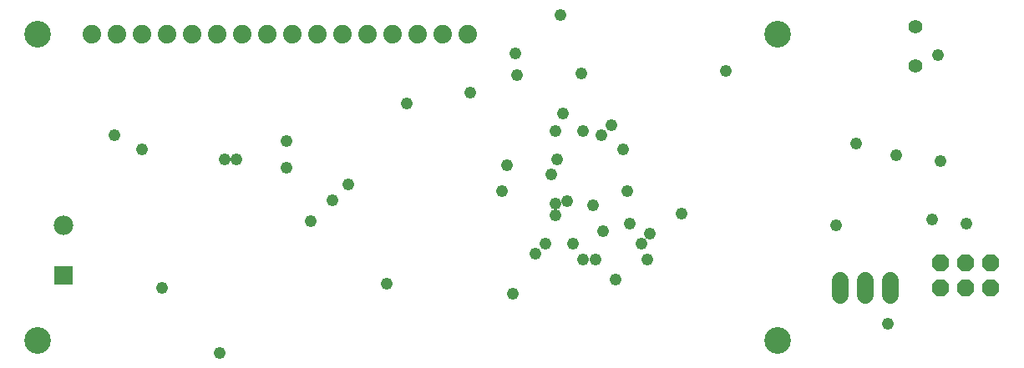
<source format=gbs>
G75*
G70*
%OFA0B0*%
%FSLAX24Y24*%
%IPPOS*%
%LPD*%
%AMOC8*
5,1,8,0,0,1.08239X$1,22.5*
%
%ADD10C,0.1064*%
%ADD11C,0.0740*%
%ADD12OC8,0.0680*%
%ADD13C,0.0680*%
%ADD14R,0.0780X0.0780*%
%ADD15C,0.0780*%
%ADD16C,0.0552*%
%ADD17C,0.0480*%
D10*
X002168Y002079D03*
X031695Y002079D03*
X031695Y014284D03*
X002168Y014284D03*
D11*
X004333Y014284D03*
X005333Y014284D03*
X006333Y014284D03*
X007333Y014284D03*
X008333Y014284D03*
X009333Y014284D03*
X010333Y014284D03*
X011333Y014284D03*
X012333Y014284D03*
X013333Y014284D03*
X014333Y014284D03*
X015333Y014284D03*
X016333Y014284D03*
X017333Y014284D03*
X018333Y014284D03*
X019333Y014284D03*
D12*
X038181Y005181D03*
X039181Y005181D03*
X040181Y005181D03*
X040181Y004181D03*
X039181Y004181D03*
X038181Y004181D03*
D13*
X036181Y004481D02*
X036181Y003881D01*
X035181Y003881D02*
X035181Y004481D01*
X034181Y004481D02*
X034181Y003881D01*
D14*
X003181Y004681D03*
D15*
X003181Y006681D03*
D16*
X037181Y013016D03*
X037181Y014591D03*
D17*
X038101Y013461D03*
X029621Y012821D03*
X025061Y010661D03*
X023941Y010421D03*
X024661Y010261D03*
X025541Y009701D03*
X022901Y009301D03*
X022671Y008706D03*
X020901Y009061D03*
X020681Y008021D03*
X022821Y007541D03*
X023301Y007621D03*
X022821Y007061D03*
X024341Y007461D03*
X025711Y008021D03*
X027861Y007141D03*
X026581Y006341D03*
X026261Y005941D03*
X024741Y006421D03*
X025781Y006741D03*
X023541Y005941D03*
X022421Y005941D03*
X022021Y005541D03*
X023941Y005301D03*
X024421Y005301D03*
X025221Y004501D03*
X026501Y005301D03*
X021141Y003941D03*
X016101Y004341D03*
X013061Y006821D03*
X013931Y007681D03*
X014556Y008306D03*
X012101Y008981D03*
X010101Y009301D03*
X009621Y009301D03*
X012101Y010021D03*
X016901Y011541D03*
X019436Y011966D03*
X021306Y012681D03*
X021221Y013541D03*
X023861Y012741D03*
X023141Y011141D03*
X022821Y010421D03*
X034021Y006661D03*
X037861Y006901D03*
X039221Y006741D03*
X038181Y009221D03*
X036421Y009461D03*
X034821Y009941D03*
X023041Y015071D03*
X006341Y009701D03*
X005221Y010261D03*
X007141Y004171D03*
X009431Y001556D03*
X036101Y002741D03*
M02*

</source>
